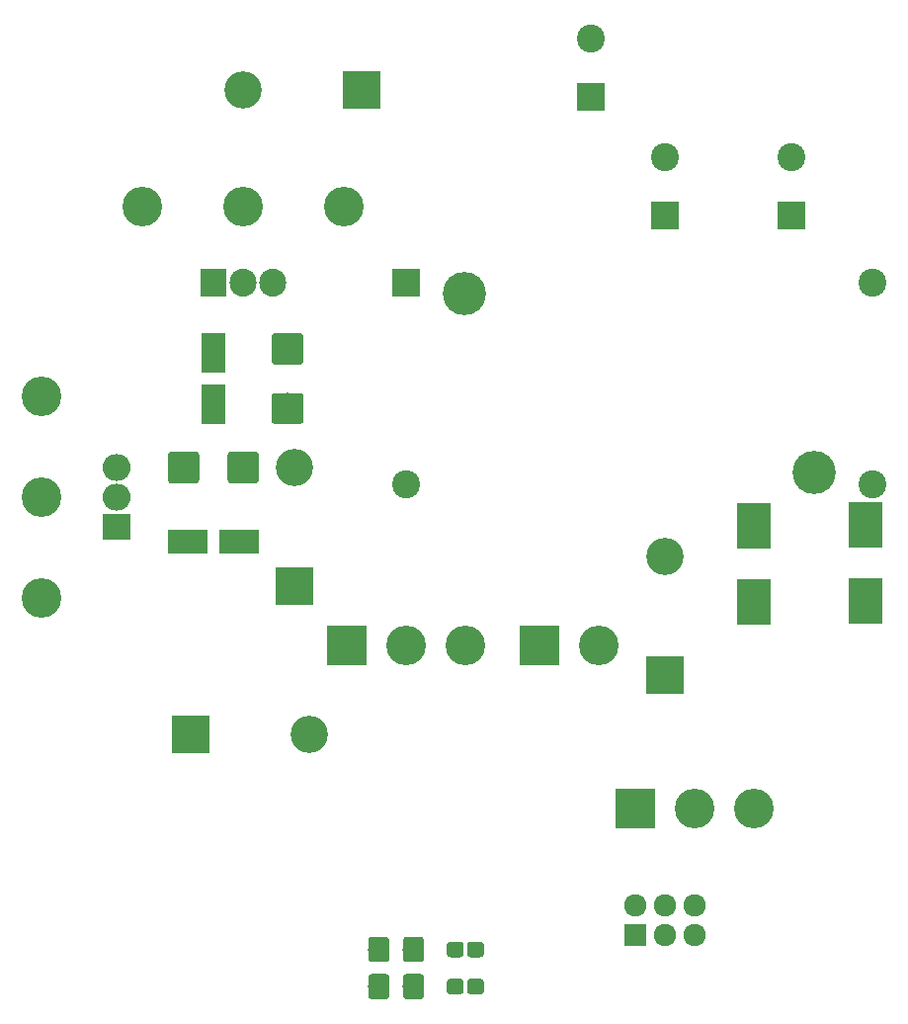
<source format=gbr>
G04 #@! TF.GenerationSoftware,KiCad,Pcbnew,(5.0.0)*
G04 #@! TF.CreationDate,2018-08-26T00:23:23+09:00*
G04 #@! TF.ProjectId,power-supply,706F7765722D737570706C792E6B6963,rev?*
G04 #@! TF.SameCoordinates,Original*
G04 #@! TF.FileFunction,Soldermask,Top*
G04 #@! TF.FilePolarity,Negative*
%FSLAX46Y46*%
G04 Gerber Fmt 4.6, Leading zero omitted, Abs format (unit mm)*
G04 Created by KiCad (PCBNEW (5.0.0)) date 08/26/18 00:23:23*
%MOMM*%
%LPD*%
G01*
G04 APERTURE LIST*
%ADD10R,1.924000X1.924000*%
%ADD11C,1.924000*%
%ADD12C,3.400000*%
%ADD13C,2.400000*%
%ADD14R,2.400000X2.400000*%
%ADD15R,3.400000X2.000000*%
%ADD16R,2.900000X3.900000*%
%ADD17C,0.100000*%
%ADD18C,2.650000*%
%ADD19R,2.000000X3.400000*%
%ADD20R,3.200000X3.200000*%
%ADD21O,3.200000X3.200000*%
%ADD22C,1.350000*%
%ADD23R,3.400000X3.400000*%
%ADD24C,1.825000*%
%ADD25C,3.700000*%
%ADD26R,2.305000X2.400000*%
%ADD27O,2.305000X2.400000*%
%ADD28O,2.400000X2.305000*%
%ADD29R,2.400000X2.305000*%
G04 APERTURE END LIST*
D10*
G04 #@! TO.C,SW1*
X14605000Y-36830000D03*
D11*
X17145000Y-36830000D03*
X19685000Y-36830000D03*
X19685000Y-34290000D03*
X17145000Y-34290000D03*
X14605000Y-34290000D03*
G04 #@! TD*
D12*
G04 #@! TO.C,REF\002A\002A*
X-36322000Y9271000D03*
X-36322000Y635000D03*
X-36322000Y-8001000D03*
G04 #@! TD*
D13*
G04 #@! TO.C,C1*
X10795000Y39925000D03*
D14*
X10795000Y34925000D03*
G04 #@! TD*
G04 #@! TO.C,C2*
X27940000Y24765000D03*
D13*
X27940000Y29765000D03*
G04 #@! TD*
D14*
G04 #@! TO.C,C3*
X17145000Y24765000D03*
D13*
X17145000Y29765000D03*
G04 #@! TD*
D15*
G04 #@! TO.C,C4*
X-19390000Y-3175000D03*
X-23790000Y-3175000D03*
G04 #@! TD*
D16*
G04 #@! TO.C,C5*
X34290000Y-1755000D03*
X34290000Y-8255000D03*
G04 #@! TD*
D17*
G04 #@! TO.C,C6*
G36*
X-17980583Y4548582D02*
X-17952001Y4544342D01*
X-17923971Y4537321D01*
X-17896765Y4527587D01*
X-17870644Y4515232D01*
X-17845860Y4500377D01*
X-17822651Y4483164D01*
X-17801241Y4463759D01*
X-17781836Y4442349D01*
X-17764623Y4419140D01*
X-17749768Y4394356D01*
X-17737413Y4368235D01*
X-17727679Y4341029D01*
X-17720658Y4312999D01*
X-17716418Y4284417D01*
X-17715000Y4255556D01*
X-17715000Y2094444D01*
X-17716418Y2065583D01*
X-17720658Y2037001D01*
X-17727679Y2008971D01*
X-17737413Y1981765D01*
X-17749768Y1955644D01*
X-17764623Y1930860D01*
X-17781836Y1907651D01*
X-17801241Y1886241D01*
X-17822651Y1866836D01*
X-17845860Y1849623D01*
X-17870644Y1834768D01*
X-17896765Y1822413D01*
X-17923971Y1812679D01*
X-17952001Y1805658D01*
X-17980583Y1801418D01*
X-18009444Y1800000D01*
X-20070556Y1800000D01*
X-20099417Y1801418D01*
X-20127999Y1805658D01*
X-20156029Y1812679D01*
X-20183235Y1822413D01*
X-20209356Y1834768D01*
X-20234140Y1849623D01*
X-20257349Y1866836D01*
X-20278759Y1886241D01*
X-20298164Y1907651D01*
X-20315377Y1930860D01*
X-20330232Y1955644D01*
X-20342587Y1981765D01*
X-20352321Y2008971D01*
X-20359342Y2037001D01*
X-20363582Y2065583D01*
X-20365000Y2094444D01*
X-20365000Y4255556D01*
X-20363582Y4284417D01*
X-20359342Y4312999D01*
X-20352321Y4341029D01*
X-20342587Y4368235D01*
X-20330232Y4394356D01*
X-20315377Y4419140D01*
X-20298164Y4442349D01*
X-20278759Y4463759D01*
X-20257349Y4483164D01*
X-20234140Y4500377D01*
X-20209356Y4515232D01*
X-20183235Y4527587D01*
X-20156029Y4537321D01*
X-20127999Y4544342D01*
X-20099417Y4548582D01*
X-20070556Y4550000D01*
X-18009444Y4550000D01*
X-17980583Y4548582D01*
X-17980583Y4548582D01*
G37*
D18*
X-19040000Y3175000D03*
D17*
G36*
X-23080583Y4548582D02*
X-23052001Y4544342D01*
X-23023971Y4537321D01*
X-22996765Y4527587D01*
X-22970644Y4515232D01*
X-22945860Y4500377D01*
X-22922651Y4483164D01*
X-22901241Y4463759D01*
X-22881836Y4442349D01*
X-22864623Y4419140D01*
X-22849768Y4394356D01*
X-22837413Y4368235D01*
X-22827679Y4341029D01*
X-22820658Y4312999D01*
X-22816418Y4284417D01*
X-22815000Y4255556D01*
X-22815000Y2094444D01*
X-22816418Y2065583D01*
X-22820658Y2037001D01*
X-22827679Y2008971D01*
X-22837413Y1981765D01*
X-22849768Y1955644D01*
X-22864623Y1930860D01*
X-22881836Y1907651D01*
X-22901241Y1886241D01*
X-22922651Y1866836D01*
X-22945860Y1849623D01*
X-22970644Y1834768D01*
X-22996765Y1822413D01*
X-23023971Y1812679D01*
X-23052001Y1805658D01*
X-23080583Y1801418D01*
X-23109444Y1800000D01*
X-25170556Y1800000D01*
X-25199417Y1801418D01*
X-25227999Y1805658D01*
X-25256029Y1812679D01*
X-25283235Y1822413D01*
X-25309356Y1834768D01*
X-25334140Y1849623D01*
X-25357349Y1866836D01*
X-25378759Y1886241D01*
X-25398164Y1907651D01*
X-25415377Y1930860D01*
X-25430232Y1955644D01*
X-25442587Y1981765D01*
X-25452321Y2008971D01*
X-25459342Y2037001D01*
X-25463582Y2065583D01*
X-25465000Y2094444D01*
X-25465000Y4255556D01*
X-25463582Y4284417D01*
X-25459342Y4312999D01*
X-25452321Y4341029D01*
X-25442587Y4368235D01*
X-25430232Y4394356D01*
X-25415377Y4419140D01*
X-25398164Y4442349D01*
X-25378759Y4463759D01*
X-25357349Y4483164D01*
X-25334140Y4500377D01*
X-25309356Y4515232D01*
X-25283235Y4527587D01*
X-25256029Y4537321D01*
X-25227999Y4544342D01*
X-25199417Y4548582D01*
X-25170556Y4550000D01*
X-23109444Y4550000D01*
X-23080583Y4548582D01*
X-23080583Y4548582D01*
G37*
D18*
X-24140000Y3175000D03*
G04 #@! TD*
D19*
G04 #@! TO.C,C7*
X-21590000Y12995000D03*
X-21590000Y8595000D03*
G04 #@! TD*
D17*
G04 #@! TO.C,C8*
G36*
X-14130583Y14668582D02*
X-14102001Y14664342D01*
X-14073971Y14657321D01*
X-14046765Y14647587D01*
X-14020644Y14635232D01*
X-13995860Y14620377D01*
X-13972651Y14603164D01*
X-13951241Y14583759D01*
X-13931836Y14562349D01*
X-13914623Y14539140D01*
X-13899768Y14514356D01*
X-13887413Y14488235D01*
X-13877679Y14461029D01*
X-13870658Y14432999D01*
X-13866418Y14404417D01*
X-13865000Y14375556D01*
X-13865000Y12314444D01*
X-13866418Y12285583D01*
X-13870658Y12257001D01*
X-13877679Y12228971D01*
X-13887413Y12201765D01*
X-13899768Y12175644D01*
X-13914623Y12150860D01*
X-13931836Y12127651D01*
X-13951241Y12106241D01*
X-13972651Y12086836D01*
X-13995860Y12069623D01*
X-14020644Y12054768D01*
X-14046765Y12042413D01*
X-14073971Y12032679D01*
X-14102001Y12025658D01*
X-14130583Y12021418D01*
X-14159444Y12020000D01*
X-16320556Y12020000D01*
X-16349417Y12021418D01*
X-16377999Y12025658D01*
X-16406029Y12032679D01*
X-16433235Y12042413D01*
X-16459356Y12054768D01*
X-16484140Y12069623D01*
X-16507349Y12086836D01*
X-16528759Y12106241D01*
X-16548164Y12127651D01*
X-16565377Y12150860D01*
X-16580232Y12175644D01*
X-16592587Y12201765D01*
X-16602321Y12228971D01*
X-16609342Y12257001D01*
X-16613582Y12285583D01*
X-16615000Y12314444D01*
X-16615000Y14375556D01*
X-16613582Y14404417D01*
X-16609342Y14432999D01*
X-16602321Y14461029D01*
X-16592587Y14488235D01*
X-16580232Y14514356D01*
X-16565377Y14539140D01*
X-16548164Y14562349D01*
X-16528759Y14583759D01*
X-16507349Y14603164D01*
X-16484140Y14620377D01*
X-16459356Y14635232D01*
X-16433235Y14647587D01*
X-16406029Y14657321D01*
X-16377999Y14664342D01*
X-16349417Y14668582D01*
X-16320556Y14670000D01*
X-14159444Y14670000D01*
X-14130583Y14668582D01*
X-14130583Y14668582D01*
G37*
D18*
X-15240000Y13345000D03*
D17*
G36*
X-14130583Y9568582D02*
X-14102001Y9564342D01*
X-14073971Y9557321D01*
X-14046765Y9547587D01*
X-14020644Y9535232D01*
X-13995860Y9520377D01*
X-13972651Y9503164D01*
X-13951241Y9483759D01*
X-13931836Y9462349D01*
X-13914623Y9439140D01*
X-13899768Y9414356D01*
X-13887413Y9388235D01*
X-13877679Y9361029D01*
X-13870658Y9332999D01*
X-13866418Y9304417D01*
X-13865000Y9275556D01*
X-13865000Y7214444D01*
X-13866418Y7185583D01*
X-13870658Y7157001D01*
X-13877679Y7128971D01*
X-13887413Y7101765D01*
X-13899768Y7075644D01*
X-13914623Y7050860D01*
X-13931836Y7027651D01*
X-13951241Y7006241D01*
X-13972651Y6986836D01*
X-13995860Y6969623D01*
X-14020644Y6954768D01*
X-14046765Y6942413D01*
X-14073971Y6932679D01*
X-14102001Y6925658D01*
X-14130583Y6921418D01*
X-14159444Y6920000D01*
X-16320556Y6920000D01*
X-16349417Y6921418D01*
X-16377999Y6925658D01*
X-16406029Y6932679D01*
X-16433235Y6942413D01*
X-16459356Y6954768D01*
X-16484140Y6969623D01*
X-16507349Y6986836D01*
X-16528759Y7006241D01*
X-16548164Y7027651D01*
X-16565377Y7050860D01*
X-16580232Y7075644D01*
X-16592587Y7101765D01*
X-16602321Y7128971D01*
X-16609342Y7157001D01*
X-16613582Y7185583D01*
X-16615000Y7214444D01*
X-16615000Y9275556D01*
X-16613582Y9304417D01*
X-16609342Y9332999D01*
X-16602321Y9361029D01*
X-16592587Y9388235D01*
X-16580232Y9414356D01*
X-16565377Y9439140D01*
X-16548164Y9462349D01*
X-16528759Y9483759D01*
X-16507349Y9503164D01*
X-16484140Y9520377D01*
X-16459356Y9535232D01*
X-16433235Y9547587D01*
X-16406029Y9557321D01*
X-16377999Y9564342D01*
X-16349417Y9568582D01*
X-16320556Y9570000D01*
X-14159444Y9570000D01*
X-14130583Y9568582D01*
X-14130583Y9568582D01*
G37*
D18*
X-15240000Y8245000D03*
G04 #@! TD*
D16*
G04 #@! TO.C,C9*
X24765000Y-8330000D03*
X24765000Y-1830000D03*
G04 #@! TD*
D20*
G04 #@! TO.C,D1*
X-23495000Y-19685000D03*
D21*
X-13335000Y-19685000D03*
G04 #@! TD*
G04 #@! TO.C,D2*
X-14605000Y3175000D03*
D20*
X-14605000Y-6985000D03*
G04 #@! TD*
D17*
G04 #@! TO.C,D3*
G36*
X-454419Y-40601625D02*
X-421657Y-40606485D01*
X-389529Y-40614533D01*
X-358344Y-40625691D01*
X-328404Y-40639852D01*
X-299995Y-40656879D01*
X-273392Y-40676609D01*
X-248851Y-40698851D01*
X-226609Y-40723392D01*
X-206879Y-40749995D01*
X-189852Y-40778404D01*
X-175691Y-40808344D01*
X-164533Y-40839529D01*
X-156485Y-40871657D01*
X-151625Y-40904419D01*
X-150000Y-40937500D01*
X-150000Y-41612500D01*
X-151625Y-41645581D01*
X-156485Y-41678343D01*
X-164533Y-41710471D01*
X-175691Y-41741656D01*
X-189852Y-41771596D01*
X-206879Y-41800005D01*
X-226609Y-41826608D01*
X-248851Y-41851149D01*
X-273392Y-41873391D01*
X-299995Y-41893121D01*
X-328404Y-41910148D01*
X-358344Y-41924309D01*
X-389529Y-41935467D01*
X-421657Y-41943515D01*
X-454419Y-41948375D01*
X-487500Y-41950000D01*
X-1262500Y-41950000D01*
X-1295581Y-41948375D01*
X-1328343Y-41943515D01*
X-1360471Y-41935467D01*
X-1391656Y-41924309D01*
X-1421596Y-41910148D01*
X-1450005Y-41893121D01*
X-1476608Y-41873391D01*
X-1501149Y-41851149D01*
X-1523391Y-41826608D01*
X-1543121Y-41800005D01*
X-1560148Y-41771596D01*
X-1574309Y-41741656D01*
X-1585467Y-41710471D01*
X-1593515Y-41678343D01*
X-1598375Y-41645581D01*
X-1600000Y-41612500D01*
X-1600000Y-40937500D01*
X-1598375Y-40904419D01*
X-1593515Y-40871657D01*
X-1585467Y-40839529D01*
X-1574309Y-40808344D01*
X-1560148Y-40778404D01*
X-1543121Y-40749995D01*
X-1523391Y-40723392D01*
X-1501149Y-40698851D01*
X-1476608Y-40676609D01*
X-1450005Y-40656879D01*
X-1421596Y-40639852D01*
X-1391656Y-40625691D01*
X-1360471Y-40614533D01*
X-1328343Y-40606485D01*
X-1295581Y-40601625D01*
X-1262500Y-40600000D01*
X-487500Y-40600000D01*
X-454419Y-40601625D01*
X-454419Y-40601625D01*
G37*
D22*
X-875000Y-41275000D03*
D17*
G36*
X1295581Y-40601625D02*
X1328343Y-40606485D01*
X1360471Y-40614533D01*
X1391656Y-40625691D01*
X1421596Y-40639852D01*
X1450005Y-40656879D01*
X1476608Y-40676609D01*
X1501149Y-40698851D01*
X1523391Y-40723392D01*
X1543121Y-40749995D01*
X1560148Y-40778404D01*
X1574309Y-40808344D01*
X1585467Y-40839529D01*
X1593515Y-40871657D01*
X1598375Y-40904419D01*
X1600000Y-40937500D01*
X1600000Y-41612500D01*
X1598375Y-41645581D01*
X1593515Y-41678343D01*
X1585467Y-41710471D01*
X1574309Y-41741656D01*
X1560148Y-41771596D01*
X1543121Y-41800005D01*
X1523391Y-41826608D01*
X1501149Y-41851149D01*
X1476608Y-41873391D01*
X1450005Y-41893121D01*
X1421596Y-41910148D01*
X1391656Y-41924309D01*
X1360471Y-41935467D01*
X1328343Y-41943515D01*
X1295581Y-41948375D01*
X1262500Y-41950000D01*
X487500Y-41950000D01*
X454419Y-41948375D01*
X421657Y-41943515D01*
X389529Y-41935467D01*
X358344Y-41924309D01*
X328404Y-41910148D01*
X299995Y-41893121D01*
X273392Y-41873391D01*
X248851Y-41851149D01*
X226609Y-41826608D01*
X206879Y-41800005D01*
X189852Y-41771596D01*
X175691Y-41741656D01*
X164533Y-41710471D01*
X156485Y-41678343D01*
X151625Y-41645581D01*
X150000Y-41612500D01*
X150000Y-40937500D01*
X151625Y-40904419D01*
X156485Y-40871657D01*
X164533Y-40839529D01*
X175691Y-40808344D01*
X189852Y-40778404D01*
X206879Y-40749995D01*
X226609Y-40723392D01*
X248851Y-40698851D01*
X273392Y-40676609D01*
X299995Y-40656879D01*
X328404Y-40639852D01*
X358344Y-40625691D01*
X389529Y-40614533D01*
X421657Y-40606485D01*
X454419Y-40601625D01*
X487500Y-40600000D01*
X1262500Y-40600000D01*
X1295581Y-40601625D01*
X1295581Y-40601625D01*
G37*
D22*
X875000Y-41275000D03*
G04 #@! TD*
D17*
G04 #@! TO.C,D4*
G36*
X1295581Y-37426625D02*
X1328343Y-37431485D01*
X1360471Y-37439533D01*
X1391656Y-37450691D01*
X1421596Y-37464852D01*
X1450005Y-37481879D01*
X1476608Y-37501609D01*
X1501149Y-37523851D01*
X1523391Y-37548392D01*
X1543121Y-37574995D01*
X1560148Y-37603404D01*
X1574309Y-37633344D01*
X1585467Y-37664529D01*
X1593515Y-37696657D01*
X1598375Y-37729419D01*
X1600000Y-37762500D01*
X1600000Y-38437500D01*
X1598375Y-38470581D01*
X1593515Y-38503343D01*
X1585467Y-38535471D01*
X1574309Y-38566656D01*
X1560148Y-38596596D01*
X1543121Y-38625005D01*
X1523391Y-38651608D01*
X1501149Y-38676149D01*
X1476608Y-38698391D01*
X1450005Y-38718121D01*
X1421596Y-38735148D01*
X1391656Y-38749309D01*
X1360471Y-38760467D01*
X1328343Y-38768515D01*
X1295581Y-38773375D01*
X1262500Y-38775000D01*
X487500Y-38775000D01*
X454419Y-38773375D01*
X421657Y-38768515D01*
X389529Y-38760467D01*
X358344Y-38749309D01*
X328404Y-38735148D01*
X299995Y-38718121D01*
X273392Y-38698391D01*
X248851Y-38676149D01*
X226609Y-38651608D01*
X206879Y-38625005D01*
X189852Y-38596596D01*
X175691Y-38566656D01*
X164533Y-38535471D01*
X156485Y-38503343D01*
X151625Y-38470581D01*
X150000Y-38437500D01*
X150000Y-37762500D01*
X151625Y-37729419D01*
X156485Y-37696657D01*
X164533Y-37664529D01*
X175691Y-37633344D01*
X189852Y-37603404D01*
X206879Y-37574995D01*
X226609Y-37548392D01*
X248851Y-37523851D01*
X273392Y-37501609D01*
X299995Y-37481879D01*
X328404Y-37464852D01*
X358344Y-37450691D01*
X389529Y-37439533D01*
X421657Y-37431485D01*
X454419Y-37426625D01*
X487500Y-37425000D01*
X1262500Y-37425000D01*
X1295581Y-37426625D01*
X1295581Y-37426625D01*
G37*
D22*
X875000Y-38100000D03*
D17*
G36*
X-454419Y-37426625D02*
X-421657Y-37431485D01*
X-389529Y-37439533D01*
X-358344Y-37450691D01*
X-328404Y-37464852D01*
X-299995Y-37481879D01*
X-273392Y-37501609D01*
X-248851Y-37523851D01*
X-226609Y-37548392D01*
X-206879Y-37574995D01*
X-189852Y-37603404D01*
X-175691Y-37633344D01*
X-164533Y-37664529D01*
X-156485Y-37696657D01*
X-151625Y-37729419D01*
X-150000Y-37762500D01*
X-150000Y-38437500D01*
X-151625Y-38470581D01*
X-156485Y-38503343D01*
X-164533Y-38535471D01*
X-175691Y-38566656D01*
X-189852Y-38596596D01*
X-206879Y-38625005D01*
X-226609Y-38651608D01*
X-248851Y-38676149D01*
X-273392Y-38698391D01*
X-299995Y-38718121D01*
X-328404Y-38735148D01*
X-358344Y-38749309D01*
X-389529Y-38760467D01*
X-421657Y-38768515D01*
X-454419Y-38773375D01*
X-487500Y-38775000D01*
X-1262500Y-38775000D01*
X-1295581Y-38773375D01*
X-1328343Y-38768515D01*
X-1360471Y-38760467D01*
X-1391656Y-38749309D01*
X-1421596Y-38735148D01*
X-1450005Y-38718121D01*
X-1476608Y-38698391D01*
X-1501149Y-38676149D01*
X-1523391Y-38651608D01*
X-1543121Y-38625005D01*
X-1560148Y-38596596D01*
X-1574309Y-38566656D01*
X-1585467Y-38535471D01*
X-1593515Y-38503343D01*
X-1598375Y-38470581D01*
X-1600000Y-38437500D01*
X-1600000Y-37762500D01*
X-1598375Y-37729419D01*
X-1593515Y-37696657D01*
X-1585467Y-37664529D01*
X-1574309Y-37633344D01*
X-1560148Y-37603404D01*
X-1543121Y-37574995D01*
X-1523391Y-37548392D01*
X-1501149Y-37523851D01*
X-1476608Y-37501609D01*
X-1450005Y-37481879D01*
X-1421596Y-37464852D01*
X-1391656Y-37450691D01*
X-1360471Y-37439533D01*
X-1328343Y-37431485D01*
X-1295581Y-37426625D01*
X-1262500Y-37425000D01*
X-487500Y-37425000D01*
X-454419Y-37426625D01*
X-454419Y-37426625D01*
G37*
D22*
X-875000Y-38100000D03*
G04 #@! TD*
D21*
G04 #@! TO.C,D5*
X-19050000Y35560000D03*
D20*
X-8890000Y35560000D03*
G04 #@! TD*
G04 #@! TO.C,D8*
X17145000Y-14605000D03*
D21*
X17145000Y-4445000D03*
G04 #@! TD*
D23*
G04 #@! TO.C,J1*
X6350000Y-12065000D03*
D12*
X11430000Y-12065000D03*
G04 #@! TD*
D23*
G04 #@! TO.C,J2*
X-10160000Y-12065000D03*
D12*
X-5080000Y-12065000D03*
X0Y-12065000D03*
G04 #@! TD*
D17*
G04 #@! TO.C,R1*
G36*
X-3821293Y-40201542D02*
X-3790213Y-40206152D01*
X-3759734Y-40213787D01*
X-3730150Y-40224372D01*
X-3701746Y-40237806D01*
X-3674796Y-40253959D01*
X-3649558Y-40272677D01*
X-3626277Y-40293777D01*
X-3605177Y-40317058D01*
X-3586459Y-40342296D01*
X-3570306Y-40369246D01*
X-3556872Y-40397650D01*
X-3546287Y-40427234D01*
X-3538652Y-40457713D01*
X-3534042Y-40488793D01*
X-3532500Y-40520176D01*
X-3532500Y-42029824D01*
X-3534042Y-42061207D01*
X-3538652Y-42092287D01*
X-3546287Y-42122766D01*
X-3556872Y-42152350D01*
X-3570306Y-42180754D01*
X-3586459Y-42207704D01*
X-3605177Y-42232942D01*
X-3626277Y-42256223D01*
X-3649558Y-42277323D01*
X-3674796Y-42296041D01*
X-3701746Y-42312194D01*
X-3730150Y-42325628D01*
X-3759734Y-42336213D01*
X-3790213Y-42343848D01*
X-3821293Y-42348458D01*
X-3852676Y-42350000D01*
X-5037324Y-42350000D01*
X-5068707Y-42348458D01*
X-5099787Y-42343848D01*
X-5130266Y-42336213D01*
X-5159850Y-42325628D01*
X-5188254Y-42312194D01*
X-5215204Y-42296041D01*
X-5240442Y-42277323D01*
X-5263723Y-42256223D01*
X-5284823Y-42232942D01*
X-5303541Y-42207704D01*
X-5319694Y-42180754D01*
X-5333128Y-42152350D01*
X-5343713Y-42122766D01*
X-5351348Y-42092287D01*
X-5355958Y-42061207D01*
X-5357500Y-42029824D01*
X-5357500Y-40520176D01*
X-5355958Y-40488793D01*
X-5351348Y-40457713D01*
X-5343713Y-40427234D01*
X-5333128Y-40397650D01*
X-5319694Y-40369246D01*
X-5303541Y-40342296D01*
X-5284823Y-40317058D01*
X-5263723Y-40293777D01*
X-5240442Y-40272677D01*
X-5215204Y-40253959D01*
X-5188254Y-40237806D01*
X-5159850Y-40224372D01*
X-5130266Y-40213787D01*
X-5099787Y-40206152D01*
X-5068707Y-40201542D01*
X-5037324Y-40200000D01*
X-3852676Y-40200000D01*
X-3821293Y-40201542D01*
X-3821293Y-40201542D01*
G37*
D24*
X-4445000Y-41275000D03*
D17*
G36*
X-6796293Y-40201542D02*
X-6765213Y-40206152D01*
X-6734734Y-40213787D01*
X-6705150Y-40224372D01*
X-6676746Y-40237806D01*
X-6649796Y-40253959D01*
X-6624558Y-40272677D01*
X-6601277Y-40293777D01*
X-6580177Y-40317058D01*
X-6561459Y-40342296D01*
X-6545306Y-40369246D01*
X-6531872Y-40397650D01*
X-6521287Y-40427234D01*
X-6513652Y-40457713D01*
X-6509042Y-40488793D01*
X-6507500Y-40520176D01*
X-6507500Y-42029824D01*
X-6509042Y-42061207D01*
X-6513652Y-42092287D01*
X-6521287Y-42122766D01*
X-6531872Y-42152350D01*
X-6545306Y-42180754D01*
X-6561459Y-42207704D01*
X-6580177Y-42232942D01*
X-6601277Y-42256223D01*
X-6624558Y-42277323D01*
X-6649796Y-42296041D01*
X-6676746Y-42312194D01*
X-6705150Y-42325628D01*
X-6734734Y-42336213D01*
X-6765213Y-42343848D01*
X-6796293Y-42348458D01*
X-6827676Y-42350000D01*
X-8012324Y-42350000D01*
X-8043707Y-42348458D01*
X-8074787Y-42343848D01*
X-8105266Y-42336213D01*
X-8134850Y-42325628D01*
X-8163254Y-42312194D01*
X-8190204Y-42296041D01*
X-8215442Y-42277323D01*
X-8238723Y-42256223D01*
X-8259823Y-42232942D01*
X-8278541Y-42207704D01*
X-8294694Y-42180754D01*
X-8308128Y-42152350D01*
X-8318713Y-42122766D01*
X-8326348Y-42092287D01*
X-8330958Y-42061207D01*
X-8332500Y-42029824D01*
X-8332500Y-40520176D01*
X-8330958Y-40488793D01*
X-8326348Y-40457713D01*
X-8318713Y-40427234D01*
X-8308128Y-40397650D01*
X-8294694Y-40369246D01*
X-8278541Y-40342296D01*
X-8259823Y-40317058D01*
X-8238723Y-40293777D01*
X-8215442Y-40272677D01*
X-8190204Y-40253959D01*
X-8163254Y-40237806D01*
X-8134850Y-40224372D01*
X-8105266Y-40213787D01*
X-8074787Y-40206152D01*
X-8043707Y-40201542D01*
X-8012324Y-40200000D01*
X-6827676Y-40200000D01*
X-6796293Y-40201542D01*
X-6796293Y-40201542D01*
G37*
D24*
X-7420000Y-41275000D03*
G04 #@! TD*
D17*
G04 #@! TO.C,R2*
G36*
X-3821293Y-37026542D02*
X-3790213Y-37031152D01*
X-3759734Y-37038787D01*
X-3730150Y-37049372D01*
X-3701746Y-37062806D01*
X-3674796Y-37078959D01*
X-3649558Y-37097677D01*
X-3626277Y-37118777D01*
X-3605177Y-37142058D01*
X-3586459Y-37167296D01*
X-3570306Y-37194246D01*
X-3556872Y-37222650D01*
X-3546287Y-37252234D01*
X-3538652Y-37282713D01*
X-3534042Y-37313793D01*
X-3532500Y-37345176D01*
X-3532500Y-38854824D01*
X-3534042Y-38886207D01*
X-3538652Y-38917287D01*
X-3546287Y-38947766D01*
X-3556872Y-38977350D01*
X-3570306Y-39005754D01*
X-3586459Y-39032704D01*
X-3605177Y-39057942D01*
X-3626277Y-39081223D01*
X-3649558Y-39102323D01*
X-3674796Y-39121041D01*
X-3701746Y-39137194D01*
X-3730150Y-39150628D01*
X-3759734Y-39161213D01*
X-3790213Y-39168848D01*
X-3821293Y-39173458D01*
X-3852676Y-39175000D01*
X-5037324Y-39175000D01*
X-5068707Y-39173458D01*
X-5099787Y-39168848D01*
X-5130266Y-39161213D01*
X-5159850Y-39150628D01*
X-5188254Y-39137194D01*
X-5215204Y-39121041D01*
X-5240442Y-39102323D01*
X-5263723Y-39081223D01*
X-5284823Y-39057942D01*
X-5303541Y-39032704D01*
X-5319694Y-39005754D01*
X-5333128Y-38977350D01*
X-5343713Y-38947766D01*
X-5351348Y-38917287D01*
X-5355958Y-38886207D01*
X-5357500Y-38854824D01*
X-5357500Y-37345176D01*
X-5355958Y-37313793D01*
X-5351348Y-37282713D01*
X-5343713Y-37252234D01*
X-5333128Y-37222650D01*
X-5319694Y-37194246D01*
X-5303541Y-37167296D01*
X-5284823Y-37142058D01*
X-5263723Y-37118777D01*
X-5240442Y-37097677D01*
X-5215204Y-37078959D01*
X-5188254Y-37062806D01*
X-5159850Y-37049372D01*
X-5130266Y-37038787D01*
X-5099787Y-37031152D01*
X-5068707Y-37026542D01*
X-5037324Y-37025000D01*
X-3852676Y-37025000D01*
X-3821293Y-37026542D01*
X-3821293Y-37026542D01*
G37*
D24*
X-4445000Y-38100000D03*
D17*
G36*
X-6796293Y-37026542D02*
X-6765213Y-37031152D01*
X-6734734Y-37038787D01*
X-6705150Y-37049372D01*
X-6676746Y-37062806D01*
X-6649796Y-37078959D01*
X-6624558Y-37097677D01*
X-6601277Y-37118777D01*
X-6580177Y-37142058D01*
X-6561459Y-37167296D01*
X-6545306Y-37194246D01*
X-6531872Y-37222650D01*
X-6521287Y-37252234D01*
X-6513652Y-37282713D01*
X-6509042Y-37313793D01*
X-6507500Y-37345176D01*
X-6507500Y-38854824D01*
X-6509042Y-38886207D01*
X-6513652Y-38917287D01*
X-6521287Y-38947766D01*
X-6531872Y-38977350D01*
X-6545306Y-39005754D01*
X-6561459Y-39032704D01*
X-6580177Y-39057942D01*
X-6601277Y-39081223D01*
X-6624558Y-39102323D01*
X-6649796Y-39121041D01*
X-6676746Y-39137194D01*
X-6705150Y-39150628D01*
X-6734734Y-39161213D01*
X-6765213Y-39168848D01*
X-6796293Y-39173458D01*
X-6827676Y-39175000D01*
X-8012324Y-39175000D01*
X-8043707Y-39173458D01*
X-8074787Y-39168848D01*
X-8105266Y-39161213D01*
X-8134850Y-39150628D01*
X-8163254Y-39137194D01*
X-8190204Y-39121041D01*
X-8215442Y-39102323D01*
X-8238723Y-39081223D01*
X-8259823Y-39057942D01*
X-8278541Y-39032704D01*
X-8294694Y-39005754D01*
X-8308128Y-38977350D01*
X-8318713Y-38947766D01*
X-8326348Y-38917287D01*
X-8330958Y-38886207D01*
X-8332500Y-38854824D01*
X-8332500Y-37345176D01*
X-8330958Y-37313793D01*
X-8326348Y-37282713D01*
X-8318713Y-37252234D01*
X-8308128Y-37222650D01*
X-8294694Y-37194246D01*
X-8278541Y-37167296D01*
X-8259823Y-37142058D01*
X-8238723Y-37118777D01*
X-8215442Y-37097677D01*
X-8190204Y-37078959D01*
X-8163254Y-37062806D01*
X-8134850Y-37049372D01*
X-8105266Y-37038787D01*
X-8074787Y-37031152D01*
X-8043707Y-37026542D01*
X-8012324Y-37025000D01*
X-6827676Y-37025000D01*
X-6796293Y-37026542D01*
X-6796293Y-37026542D01*
G37*
D24*
X-7420000Y-38100000D03*
G04 #@! TD*
D14*
G04 #@! TO.C,U1*
X-5080000Y19050000D03*
D13*
X-5080000Y1778000D03*
X34920000Y1778000D03*
X34920000Y19050000D03*
D25*
X-80000Y18050000D03*
X29925000Y2778000D03*
G04 #@! TD*
D26*
G04 #@! TO.C,U2*
X-21590000Y19050000D03*
D27*
X-19050000Y19050000D03*
X-16510000Y19050000D03*
G04 #@! TD*
D28*
G04 #@! TO.C,U5*
X-29845000Y3175000D03*
X-29845000Y635000D03*
D29*
X-29845000Y-1905000D03*
G04 #@! TD*
D23*
G04 #@! TO.C,J3*
X14605000Y-26035000D03*
D12*
X19685000Y-26035000D03*
X24765000Y-26035000D03*
G04 #@! TD*
G04 #@! TO.C,REF\002A\002A*
X-27686000Y25527000D03*
X-19050000Y25527000D03*
X-10414000Y25527000D03*
G04 #@! TD*
M02*

</source>
